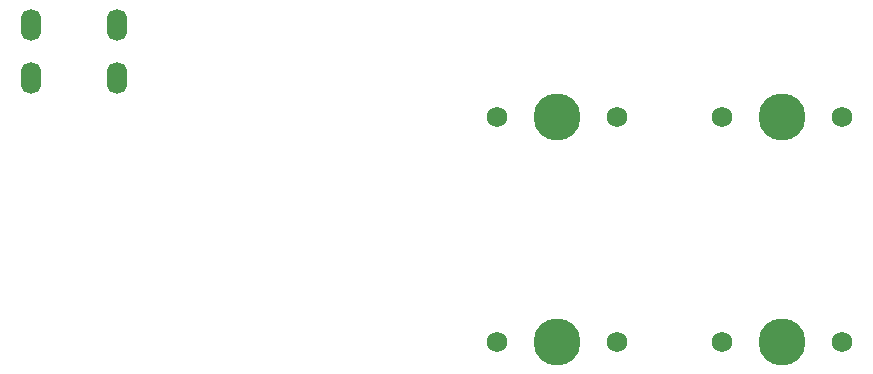
<source format=gts>
%TF.GenerationSoftware,KiCad,Pcbnew,(5.1.12)-1*%
%TF.CreationDate,2022-04-14T09:57:20+09:00*%
%TF.ProjectId,ai03-pcb-guide,61693033-2d70-4636-922d-67756964652e,rev?*%
%TF.SameCoordinates,Original*%
%TF.FileFunction,Soldermask,Top*%
%TF.FilePolarity,Negative*%
%FSLAX46Y46*%
G04 Gerber Fmt 4.6, Leading zero omitted, Abs format (unit mm)*
G04 Created by KiCad (PCBNEW (5.1.12)-1) date 2022-04-14 09:57:20*
%MOMM*%
%LPD*%
G01*
G04 APERTURE LIST*
%ADD10O,1.700000X2.700000*%
%ADD11C,1.750000*%
%ADD12C,3.987800*%
G04 APERTURE END LIST*
D10*
%TO.C,USB1*%
X51341000Y-75406250D03*
X58641000Y-75406250D03*
X58641000Y-79906250D03*
X51341000Y-79906250D03*
%TD*%
D11*
%TO.C,MX4*%
X120015000Y-102235000D03*
X109855000Y-102235000D03*
D12*
X114935000Y-102235000D03*
%TD*%
D11*
%TO.C,MX3*%
X100965000Y-102235000D03*
X90805000Y-102235000D03*
D12*
X95885000Y-102235000D03*
%TD*%
D11*
%TO.C,MX2*%
X120015000Y-83185000D03*
X109855000Y-83185000D03*
D12*
X114935000Y-83185000D03*
%TD*%
D11*
%TO.C,MX1*%
X100965000Y-83185000D03*
X90805000Y-83185000D03*
D12*
X95885000Y-83185000D03*
%TD*%
M02*

</source>
